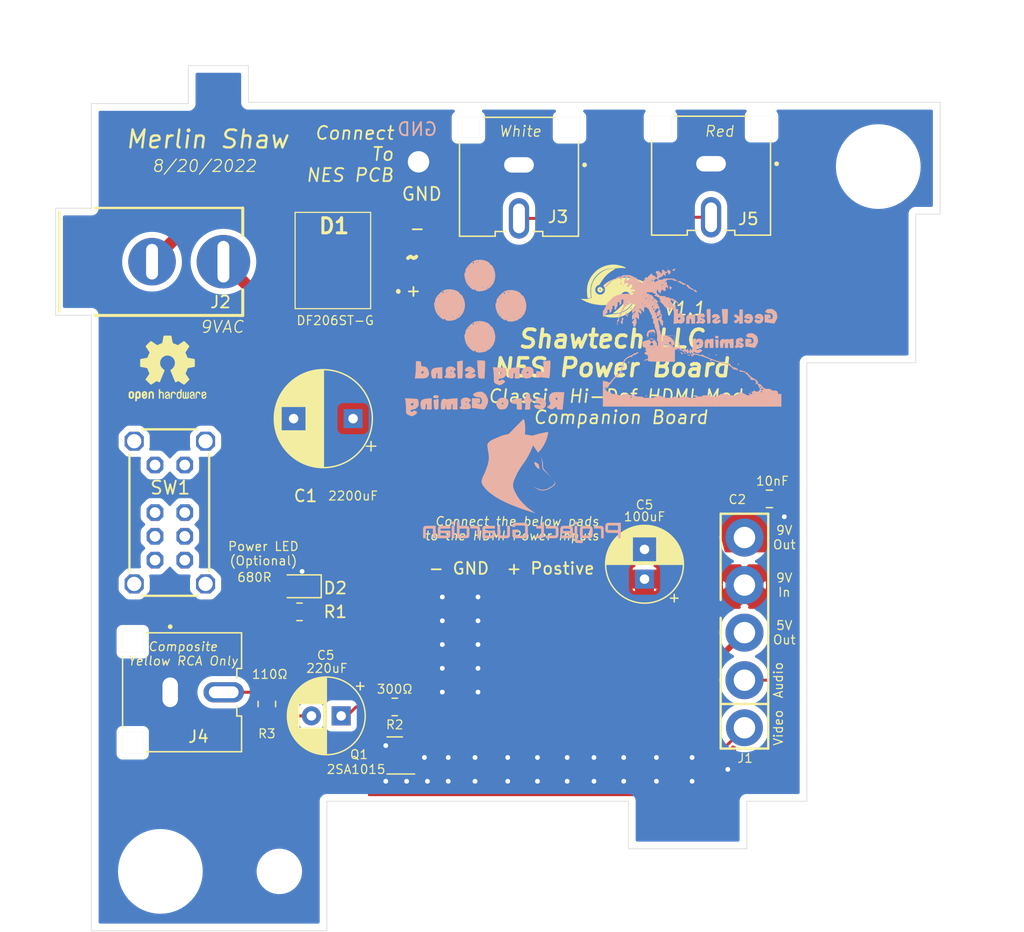
<source format=kicad_pcb>
(kicad_pcb (version 20211014) (generator pcbnew)
  (layers (0 "F.Cu" signal) (31 "B.Cu" signal) (34 "B.Paste" user) (35 "F.Paste" user) (36 "B.SilkS" user "B.Silkscreen") (37 "F.SilkS" user "F.Silkscreen") (38 "B.Mask" user) (39 "F.Mask" user) (44 "Edge.Cuts" user))
  (net 0 "")
  (net 1 "5V Out")
  (net 2 "Net-(C5-Pad1)")
  (net 3 "Net-(D2-Pad2)")
  (net 4 "Video Out")
  (net 5 "Net-(C5-Pad2)")
  (net 6 "GND")
  (net 7 "Video In")
  (net 8 "Audio In")
  (net 9 "9VIn")
  (net 10 "9VOut")
  (net 12 "Net-(D1-Pad4)")
  (net 13 "Net-(D1-Pad3)")
  (footprint "Resistor_SMD:R_0805_2012Metric_Pad1.20x1.40mm_HandSolder" (layer "F.Cu") (at 120.25 119 -90)
    (fp_text reference "R3" (at 2.5 0) (layer "F.SilkS") (effects (font (size 0.75 0.75) (thickness 0.1))))
    (fp_text value "110R")
    (pad "1" smd roundrect (at -1 0 270) (size 1.2 1.4) (layers "F.Cu" "F.Paste" "F.Mask") (roundrect_rratio 0.2083333333) (net 4 "Video Out"))
    (pad "2" smd roundrect (at 1 0 270) (size 1.2 1.4) (layers "F.Cu" "F.Paste" "F.Mask") (roundrect_rratio 0.2083333333) (net 5 "Net-(C5-Pad2)"))
  )
  (footprint "Merlin:OSHW-Logo2_7.3x6mm_SilkScreen" (layer "F.Cu") (at 111.9 90.78)
    (fp_text reference "REF**" hide)
    (fp_text value "OSHW-Logo2_7.3x6mm_SilkScreen" hide)
  )
  (footprint "Package_TO_SOT_SMD:SOT-23" (layer "F.Cu") (at 131 123.33 180)
    (fp_text reference "Q1" (at 3 0.08) (layer "F.SilkS") (effects (font (size 0.75 0.75) (thickness 0.1))))
    (fp_text value "2SA1015" (at 3.25 -1.17) (layer "F.SilkS") (effects (font (size 0.75 0.75) (thickness 0.1))))
    (pad "1" smd roundrect (at -0.9375 -0.95 180) (size 1.475 0.6) (layers "F.Cu" "F.Paste" "F.Mask") (net 7 "Video In"))
    (pad "2" smd roundrect (at -0.9375 0.95 180) (size 1.475 0.6) (layers "F.Cu" "F.Paste" "F.Mask") (net 2 "Net-(C5-Pad1)"))
    (pad "3" smd roundrect (at 0.9375 0 180) (size 1.475 0.6) (layers "F.Cu" "F.Paste" "F.Mask") (net 6 "GND"))
  )
  (footprint "Resistor_SMD:R_0805_2012Metric_Pad1.20x1.40mm_HandSolder" (layer "F.Cu") (at 123 111.25)
    (fp_text reference "R1" (at 3 0) (layer "F.SilkS"))
    (fp_text value "4.7K")
    (pad "1" smd roundrect (at -1 0) (size 1.2 1.4) (layers "F.Cu" "F.Paste" "F.Mask") (roundrect_rratio 0.2083333333) (net 3 "Net-(D2-Pad2)"))
    (pad "2" smd roundrect (at 1 0) (size 1.2 1.4) (layers "F.Cu" "F.Paste" "F.Mask") (roundrect_rratio 0.2083333333) (net 1 "5V Out"))
  )
  (footprint "" (layer "F.Cu") (at 111.3 133.08)
    (fp_text reference "" (at 0 0) (layer "F.SilkS") (effects (font (size 1.27 1.27))))
    (fp_text value "" (at 0 0) (layer "F.SilkS") (effects (font (size 1.27 1.27))))
    (pad "" np_thru_hole circle locked (at 0 0) (size 3.5 3.5) (drill 3.5) (layers F&B.Cu *.Mask))
  )
  (footprint "Merlin:Power-DF206STG" (layer "F.Cu") (at 125.8 81.7 90)
    (fp_text reference "D1" (at 2.9 0.1 180) (layer "F.SilkS") (effects (font (size 1.27 1.27) (thickness 0.254))))
    (fp_text value "${ALTIUM_VALUE}" hide)
    (fp_text user "+" (at -2.6 6.7 90) (layer "F.SilkS"))
    (fp_text user "-" (at 2.7 7.1 180) (layer "F.SilkS"))
    (pad "1" smd rect (at -2.605 4.36 90) (size 1.5 1.82) (layers "F.Cu" "F.Paste" "F.Mask") (net 10 "9VOut"))
    (pad "2" smd rect (at 2.605 4.36 90) (size 1.5 1.82) (layers "F.Cu" "F.Paste" "F.Mask") (net 6 "GND"))
    (pad "3" smd rect (at 2.605 -4.36 90) (size 1.5 1.82) (layers "F.Cu" "F.Paste" "F.Mask") (net 13 "Net-(D1-Pad3)"))
    (pad "4" smd rect (at -2.605 -4.36 90) (size 1.5 1.82) (layers "F.Cu" "F.Paste" "F.Mask") (net 12 "Net-(D1-Pad4)"))
  )
  (footprint "Merlin:ShawTech" (layer "F.Cu") (at 149.25 84.25)
    (fp_text reference "G***" hide)
    (fp_text value "LOGO" hide)
  )
  (footprint "Electromechanical.IntLib:SW-DP3T (EG2319)" (layer "F.Cu") (at 112.1 102.9 -90)
    (fp_text reference "SW1" (at -1.445 1.75 unlocked) (layer "F.SilkS") (effects (font (size 1.1 1.1)) (justify left bottom)))
    (fp_text value "DP3T" hide)
    (pad "" thru_hole roundrect locked (at -4 -1.25 270) (size 1.4 1.4) (drill 0.9) (layers *.Cu *.Mask) (chamfer_ratio 0.25) (chamfer top_left top_right bottom_left bottom_right))
    (pad "" thru_hole roundrect locked (at 0 1.25 270) (size 1.4 1.4) (drill 0.9) (layers *.Cu *.Mask) (chamfer_ratio 0.25) (chamfer top_left top_right bottom_left bottom_right))
    (pad "" thru_hole roundrect locked (at 2 1.25 270) (size 1.4 1.4) (drill 0.9) (layers *.Cu *.Mask) (chamfer_ratio 0.25) (chamfer top_left top_right bottom_left bottom_right))
    (pad "" thru_hole roundrect locked (at 4 1.25 270) (size 1.4 1.4) (drill 0.9) (layers *.Cu *.Mask) (chamfer_ratio 0.25) (chamfer top_left top_right bottom_left bottom_right))
    (pad "" thru_hole roundrect locked (at 0 -1.25 270) (size 1.4 1.4) (drill 0.9) (layers *.Cu *.Mask) (chamfer_ratio 0.25) (chamfer top_left top_right bottom_left bottom_right))
    (pad "" thru_hole roundrect locked (at 2 -1.25 270) (size 1.4 1.4) (drill 0.9) (layers *.Cu *.Mask) (chamfer_ratio 0.25) (chamfer top_left top_right bottom_left bottom_right))
    (pad "" thru_hole roundrect locked (at 4 -1.25 270) (size 1.4 1.4) (drill 0.9) (layers *.Cu *.Mask) (chamfer_ratio 0.25) (chamfer top_left top_right bottom_left bottom_right))
    (pad "1" thru_hole roundrect locked (at -4 1.25 270) (size 1.4 1.4) (drill 0.9) (layers *.Cu *.Mask) (chamfer_ratio 0.25) (chamfer top_left top_right bottom_left bottom_right))
    (pad "MH" thru_hole roundrect locked (at -6 3 270) (size 1.6 1.6) (drill 1.2) (layers *.Cu *.Mask) (chamfer_ratio 0.25) (chamfer top_left top_right bottom_left bottom_right))
    (pad "MH" thru_hole roundrect locked (at 6 3 90) (size 1.6 1.6) (drill 1.2) (layers *.Cu *.Mask) (chamfer_ratio 0.25) (chamfer top_left top_right bottom_left bottom_right))
    (pad "MH" thru_hole roundrect locked (at 6 -3 90) (size 1.6 1.6) (drill 1.2) (layers *.Cu *.Mask) (chamfer_ratio 0.25) (chamfer top_left top_right bottom_left bottom_right))
    (pad "MH" thru_hole roundrect locked (at -6 -3 270) (size 1.6 1.6) (drill 1.2) (layers *.Cu *.Mask) (chamfer_ratio 0.25) (chamfer top_left top_right bottom_left bottom_right))
  )
  (footprint "Capacitor_THT:CP_Radial_D6.3mm_P2.50mm" (layer "F.Cu") (at 152 108.5 90)
    (fp_text reference "C5" (at 6.25 0 180) (layer "F.SilkS") (effects (font (size 0.75 0.75) (thickness 0.1))))
    (fp_text value "220uF" hide)
    (pad "1" thru_hole rect (at 0 0 90) (size 1.6 1.6) (drill 0.8) (layers *.Cu *.Mask) (net 9 "9VIn"))
    (pad "2" thru_hole circle (at 2.5 0 90) (size 1.6 1.6) (drill 0.8) (layers *.Cu *.Mask) (net 6 "GND"))
  )
  (footprint "Merlin:CUI_RCJ-044" (layer "F.Cu") (at 141.446 73.658 90)
    (fp_text reference "J3" (at -4.372 3.279 180) (layer "F.SilkS"))
    (fp_text value "White RCJ-52" hide)
    (fp_line (start 2.3 5.15) (end 4 5.15) (layer "Edge.Cuts") (width 0.01))
    (fp_line (start 4 5.15) (end 4 3.35) (layer "Edge.Cuts") (width 0.01))
    (fp_line (start 2.3 -5.15) (end 2.3 -3.35) (layer "Edge.Cuts") (width 0.01))
    (fp_line (start 4 -5.15) (end 2.3 -5.15) (layer "Edge.Cuts") (width 0.01))
    (fp_line (start 2.3 3.35) (end 2.3 5.15) (layer "Edge.Cuts") (width 0.01))
    (fp_line (start 4 -3.35) (end 4 -5.15) (layer "Edge.Cuts") (width 0.01))
    (fp_line (start 4 3.35) (end 2.3 3.35) (layer "Edge.Cuts") (width 0.01))
    (fp_line (start 2.3 -3.35) (end 4 -3.35) (layer "Edge.Cuts") (width 0.01))
    (pad "1" thru_hole oval (at 0 0 90) (size 1.95 3.9) (drill oval 1.3 2.5) (layers *.Cu *.Mask) (net 6 "GND"))
    (pad "2" thru_hole oval (at -4.5 0 90) (size 3.4 1.7) (drill oval 2.5 1) (layers *.Cu *.Mask) (net 8 "Audio In"))
  )
  (footprint "Capacitor_THT:CP_Radial_D6.3mm_P2.50mm" (layer "F.Cu") (at 126.5 120 180)
    (fp_text reference "C5" (at 1.3 5.1 180) (layer "F.SilkS") (effects (font (size 0.75 0.75) (thickness 0.1))))
    (fp_text value "220uF" hide)
    (pad "1" thru_hole rect (at 0 0 180) (size 1.6 1.6) (drill 0.8) (layers *.Cu *.Mask) (net 2 "Net-(C5-Pad1)"))
    (pad "2" thru_hole circle (at 2.5 0 180) (size 1.6 1.6) (drill 0.8) (layers *.Cu *.Mask) (net 5 "Net-(C5-Pad2)"))
  )
  (footprint "Connectors.IntLib:PWR-JCK-ALT (PJ-037A{slash}B)" (layer "F.Cu") (at 110.6 81.799998)
    (fp_text reference "J2" (at 4.8 3.980002 unlocked) (layer "F.SilkS") (effects (justify left bottom)))
    (fp_text value "Barrel_Jack" hide)
    (pad "1" thru_hole circle locked (at 6.000002 0) (size 4.5 4.5) (drill oval 1 3.5) (layers *.Cu *.Mask) (net 12 "Net-(D1-Pad4)"))
    (pad "2" thru_hole circle locked (at 0 0) (size 4 4) (drill oval 1 3) (layers *.Cu *.Mask) (net 13 "Net-(D1-Pad3)"))
  )
  (footprint "" (layer "F.Cu") (at 121.3 133.08)
    (fp_text reference "" (at 0 0) (layer "F.SilkS") (effects (font (size 1.27 1.27))))
    (fp_text value "" (at 0 0) (layer "F.SilkS") (effects (font (size 1.27 1.27))))
    (pad "" np_thru_hole circle locked (at 0 0) (size 2.8 2.8) (drill 2.8) (layers F&B.Cu *.Mask))
  )
  (footprint "Connector_Wire:SolderWirePad_1x01_SMD_5x10mm" (layer "F.Cu") (at 144 113.8)
    (fp_text reference "REF**")
    (fp_text value "SolderWirePad_1x01_SMD_5x10mm" hide)
    (pad "1" smd rect (at 0 0) (size 5 10) (layers "F.Cu" "F.Paste" "F.Mask") (net 9 "9VIn"))
  )
  (footprint "Merlin:CUI_RCJ-044" (layer "F.Cu") (at 112.126 118.014 180)
    (fp_text reference "J4" (at -2.374 -3.736) (layer "F.SilkS"))
    (fp_text value "Yellow RCJ-44")
    (fp_line (start 2.3 -3.35) (end 4 -3.35) (layer "Edge.Cuts") (width 0.01))
    (fp_line (start 4 3.35) (end 2.3 3.35) (layer "Edge.Cuts") (width 0.01))
    (fp_line (start 2.3 -5.15) (end 2.3 -3.35) (layer "Edge.Cuts") (width 0.01))
    (fp_line (start 4 -5.15) (end 2.3 -5.15) (layer "Edge.Cuts") (width 0.01))
    (fp_line (start 4 5.15) (end 4 3.35) (layer "Edge.Cuts") (width 0.01))
    (fp_line (start 2.3 3.35) (end 2.3 5.15) (layer "Edge.Cuts") (width 0.01))
    (fp_line (start 4 -3.35) (end 4 -5.15) (layer "Edge.Cuts") (width 0.01))
    (fp_line (start 2.3 5.15) (end 4 5.15) (layer "Edge.Cuts") (width 0.01))
    (pad "1" thru_hole oval (at 0 0 180) (size 1.95 3.9) (drill oval 1.3 2.5) (layers *.Cu *.Mask) (net 6 "GND"))
    (pad "2" thru_hole oval (at -4.5 0 180) (size 3.4 1.7) (drill oval 2.5 1) (layers *.Cu *.Mask) (net 4 "Video Out"))
  )
  (footprint "Capacitor_SMD:C_0805_2012Metric_Pad1.18x1.45mm_HandSolder" (layer "F.Cu") (at 162.5 101.75)
    (fp_text reference "C2" (at -2.7 0.05) (layer "F.SilkS") (effects (font (size 0.75 0.75) (thickness 0.1))))
    (fp_text value "10nF")
    (pad "1" smd roundrect (at -1.0375 0) (size 1.175 1.45) (layers "F.Cu" "F.Paste" "F.Mask") (roundrect_rratio 0.2127659574) (net 10 "9VOut"))
    (pad "2" smd roundrect (at 1.0375 0) (size 1.175 1.45) (layers "F.Cu" "F.Paste" "F.Mask") (roundrect_rratio 0.2127659574) (net 6 "GND"))
  )
  (footprint "Merlin:CUI_RCJ-044" (layer "F.Cu") (at 157.592 73.564 90)
    (fp_text reference "J5" (at -4.641 3.133 180) (layer "F.SilkS"))
    (fp_text value "Red RCJ-042" hide)
    (fp_line (start 4 -3.35) (end 4 -5.15) (layer "Edge.Cuts") (width 0.01))
    (fp_line (start 2.3 5.15) (end 4 5.15) (layer "Edge.Cuts") (width 0.01))
    (fp_line (start 2.3 -3.35) (end 4 -3.35) (layer "Edge.Cuts") (width 0.01))
    (fp_line (start 2.3 3.35) (end 2.3 5.15) (layer "Edge.Cuts") (width 0.01))
    (fp_line (start 4 3.35) (end 2.3 3.35) (layer "Edge.Cuts") (width 0.01))
    (fp_line (start 4 5.15) (end 4 3.35) (layer "Edge.Cuts") (width 0.01))
    (fp_line (start 4 -5.15) (end 2.3 -5.15) (layer "Edge.Cuts") (width 0.01))
    (fp_line (start 2.3 -5.15) (end 2.3 -3.35) (layer "Edge.Cuts") (width 0.01))
    (pad "1" thru_hole oval (at 0 0 90) (size 1.95 3.9) (drill oval 1.3 2.5) (layers *.Cu *.Mask) (net 6 "GND"))
    (pad "2" thru_hole oval (at -4.5 0 90) (size 3.4 1.7) (drill oval 2.5 1) (layers *.Cu *.Mask) (net 8 "Audio In"))
  )
  (footprint "" (layer "F.Cu") (at 171.65 73.8)
    (fp_text reference "" (at 0 0) (layer "F.SilkS") (effects (font (size 1.27 1.27))))
    (fp_text value "" (at 0 0) (layer "F.SilkS") (effects (font (size 1.27 1.27))))
    (pad "" np_thru_hole circle locked (at 0 0) (size 3.5 3.5) (drill 3.5) (layers F&B.Cu *.Mask))
  )
  (footprint "Connectors.IntLib:WIREPAD-09-15" (layer "F.Cu") (at 133 73.4 90)
    (fp_text reference "GND" (at -3.35 -1.5 unlocked) (layer "F.SilkS") (effects (font (size 1.1 1.1)) (justify left bottom)))
    (fp_text value "Wire Pad" hide)
    (fp_text user "${REFERENCE}" (at 2.1 1.67 unlocked) (layer "B.SilkS") (effects (font (size 1.1 1.1)) (justify left bottom mirror)))
    (pad "1" thru_hole circle locked (at 0 0 90) (size 3.2 3.2) (drill 1.8) (layers *.Cu *.Mask) (net 6 "GND"))
  )
  (footprint "Specialty Components.IntLib:RF BOARD CONNECTOR" (layer "F.Cu") (at 160.4 121 90)
    (fp_text reference "J1" (at -3 -0.65 unlocked) (layer "F.SilkS") (effects (font (size 0.75 0.75) (thickness 0.1)) (justify left bottom)))
    (fp_text value "Board Connector" hide)
    (pad "1" thru_hole oval (at 0 0 90) (size 3.1 3.1) (drill 1.8) (layers *.Cu *.Mask) (net 7 "Video In"))
    (pad "2" thru_hole circle (at 4 0 90) (size 3.2 3.2) (drill 1.8) (layers *.Cu *.Mask) (net 8 "Audio In"))
    (pad "3" thru_hole circle (at 8 0 90) (size 3.2 3.2) (drill 1.8) (layers *.Cu *.Mask) (net 1 "5V Out"))
    (pad "4" thru_hole circle (at 12.000003 0 90) (size 3.2 3.2) (drill 1.8) (layers *.Cu *.Mask) (net 9 "9VIn"))
    (pad "5" thru_hole circle (at 16 0 90) (size 3.2 3.2) (drill 1.8) (layers *.Cu *.Mask) (net 10 "9VOut"))
  )
  (footprint "Resistor_SMD:R_0805_2012Metric_Pad1.20x1.40mm_HandSolder" (layer "F.Cu") (at 131 119.25 180)
    (fp_text reference "R2" (at 0 -1.5 180) (layer "F.SilkS") (effects (font (size 0.75 0.75) (thickness 0.1))))
    (fp_text value "300")
    (pad "1" smd roundrect (at -1 0 180) (size 1.2 1.4) (layers "F.Cu" "F.Paste" "F.Mask") (roundrect_rratio 0.2083333333) (net 1 "5V Out"))
    (pad "2" smd roundrect (at 1 0 180) (size 1.2 1.4) (layers "F.Cu" "F.Paste" "F.Mask") (roundrect_rratio 0.2083333333) (net 2 "Net-(C5-Pad1)"))
  )
  (footprint "Capacitor_THT:CP_Radial_D8.0mm_P5.00mm" (layer "F.Cu") (at 127.5 95 180)
    (fp_text reference "C1" (at 4 -6.5 180) (layer "F.SilkS"))
    (fp_text value "2200uF 25V")
    (pad "1" thru_hole rect (at 0 0 180) (size 1.6 1.6) (drill 0.8) (layers *.Cu *.Mask) (net 10 "9VOut"))
    (pad "2" thru_hole circle (at 5 0 180) (size 1.6 1.6) (drill 0.8) (layers *.Cu *.Mask) (net 6 "GND"))
  )
  (footprint "Connector_Wire:SolderWirePad_1x01_SMD_5x10mm" (layer "F.Cu") (at 136.5 113.8)
    (fp_text reference "REF**")
    (fp_text value "SolderWirePad_1x01_SMD_5x10mm" hide)
    (pad "1" smd rect (at 0 0) (size 5 10) (layers "F.Cu" "F.Paste" "F.Mask") (net 6 "GND"))
  )
  (footprint "LED_SMD:LED_0805_2012Metric_Pad1.15x1.40mm_HandSolder" (layer "F.Cu") (at 122.9625 109.1 180)
    (fp_text reference "D2" (at -3.0375 -0.15 180) (layer "F.SilkS"))
    (fp_text value "Power LED")
    (pad "1" smd roundrect (at -1.025 0 180) (size 1.15 1.4) (layers "F.Cu" "F.Paste" "F.Mask") (roundrect_rratio 0.2173913043) (net 6 "GND"))
    (pad "2" smd roundrect (at 1.025 0 180) (size 1.15 1.4) (layers "F.Cu" "F.Paste" "F.Mask") (roundrect_rratio 0.2173913043) (net 3 "Net-(D2-Pad2)"))
  )
  (footprint "Merlin:GeekIsland2" (layer "B.Cu") (at 156 88 180)
    (fp_text reference "G***" hide)
    (fp_text value "LOGO" hide)
  )
  (footprint "Merlin:LongIslandRetroGaming4" (layer "B.Cu") (at 138.25 88 180)
    (fp_text reference "G***")
    (fp_text value "LOGO" hide)
  )
  (footprint "Merlin:PG_20mmx13.1mm" (layer "B.Cu") (at 141.75 100 180)
    (fp_text reference "G***" hide)
    (fp_text value "LOGO" hide)
  )
  (gr_line (start 105.8 77.278798) (end 118.224002 77.278798) (layer "F.SilkS") (width 0.2))
  (gr_line (start 102.8 86) (end 102.8 77.6) (layer "F.SilkS") (width 0.2))
  (gr_line (start 118.224002 79.595) (end 118.224002 77.278798) (layer "F.SilkS") (width 0.254))
  (gr_line (start 118.224002 86.321198) (end 118.224002 84.167) (layer "F.SilkS") (width 0.254))
  (gr_line (start 105.8 86.321198) (end 118.224002 86.321198) (layer "F.SilkS") (width 0.254))
  (gr_line (start 150.65 131.18) (end 150.65 127.18) (layer "Edge.Cuts") (width 0.05))
  (gr_line (start 150.65 127.18) (end 125.3 127.18) (layer "Edge.Cuts") (width 0.05))
  (gr_line (start 125.3 127.18) (end 125.3 138.08) (layer "Edge.Cuts") (width 0.05))
  (gr_line (start 165.65 90.3) (end 165.65 127.18) (layer "Edge.Cuts") (width 0.05))
  (gr_line (start 113.65 65.3) (end 118.7 65.3) (layer "Edge.Cuts") (width 0.05))
  (gr_line (start 105.5 77.3) (end 105.5 68.5) (layer "Edge.Cuts") (width 0.05))
  (gr_line (start 165.65 127.18) (end 160.6 127.18) (layer "Edge.Cuts") (width 0.05))
  (gr_line (start 176.85 77.8) (end 174.8 77.8) (layer "Edge.Cuts") (width 0.05))
  (gr_line (start 105.5 68.5) (end 113.65 68.5) (layer "Edge.Cuts") (width 0.05))
  (gr_line (start 174.8 90.3) (end 165.65 90.3) (layer "Edge.Cuts") (width 0.05))
  (gr_line (start 125.3 138.08) (end 105.5 138.08) (layer "Edge.Cuts") (width 0.05))
  (gr_line (start 118.7 68.4) (end 176.85 68.4) (layer "Edge.Cuts") (width 0.05))
  (gr_line (start 105.5 138.08) (end 105.5 86.3) (layer "Edge.Cuts") (width 0.05))
  (gr_line (start 174.8 77.8) (end 174.8 90.3) (layer "Edge.Cuts") (width 0.05))
  (gr_line (start 176.85 68.4) (end 176.85 77.8) (layer "Edge.Cuts") (width 0.05))
  (gr_line (start 105.5 86.3) (end 102.5 86.3) (layer "Edge.Cuts") (width 0.05))
  (gr_line (start 102.5 77.3) (end 105.5 77.3) (layer "Edge.Cuts") (width 0.05))
  (gr_line (start 102.5 86.3) (end 102.5 77.3) (layer "Edge.Cuts") (width 0.05))
  (gr_line (start 160.6 127.18) (end 160.6 131.18) (layer "Edge.Cuts") (width 0.05))
  (gr_line (start 113.65 68.5) (end 113.65 65.3) (layer "Edge.Cuts") (width 0.05))
  (gr_line (start 118.7 65.3) (end 118.7 68.4) (layer "Edge.Cuts") (width 0.05))
  (gr_line (start 160.6 131.18) (end 150.65 131.18) (layer "Edge.Cuts") (width 0.05))
  (gr_text "9V\nOut" (at 163.75 105) (layer "F.SilkS") (effects (font (size 0.75 0.75) (thickness 0.1))))
  (gr_text "Video" (at 163.25 121 90) (layer "F.SilkS") (effects (font (size 0.75 0.75) (thickness 0.1))))
  (gr_text "10nF" (at 162.75 100.25) (layer "F.SilkS") (effects (font (size 0.75 0.75) (thickness 0.1))))
  (gr_text "V1.1" (at 153.5 85.75) (layer "F.SilkS") (effects (font (size 1.1 1.1) (thickness 0.15) bold italic) (justify left)))
  (gr_text "Merlin Shaw" (at 115.25 71.5) (layer "F.SilkS") (effects (font (size 1.5 1.5) (thickness 0.2) bold italic)))
  (gr_text "White\n" (at 141.55 70.83) (layer "F.SilkS") (effects (font (size 0.9 0.9) (thickness 0.1) bold italic)))
  (gr_text "+ Postive" (at 144.1 107.6) (layer "F.SilkS") (effects (font (size 1 1))))
  (gr_text "Power LED\n(Optional)" (at 119.9625 106.35) (layer "F.SilkS") (effects (font (size 0.75 0.75) (thickness 0.1))))
  (gr_text "- GND" (at 136.4 107.6) (layer "F.SilkS") (effects (font (size 1 1))))
  (gr_text "110Ω" (at 120.5 116.5) (layer "F.SilkS") (effects (font (size 0.75 0.75) (thickness 0.1))))
  (gr_text "Classic Hi-Def HDMI Mod \nCompanion Board" (at 150 94) (layer "F.SilkS") (effects (font (size 1.1 1.1) (thickness 0.15) bold italic)))
  (gr_text "9V\nIn" (at 163.75 109) (layer "F.SilkS") (effects (font (size 0.75 0.75) (thickness 0.1))))
  (gr_text "Red" (at 158.3 70.83) (layer "F.SilkS") (effects (font (size 0.9 0.9) (thickness 0.1) bold italic)))
  (gr_text "100uF" (at 152 103.25) (layer "F.SilkS") (effects (font (size 0.75 0.75) (thickness 0.1))))
  (gr_text "~" (at 132.5 81.4) (layer "F.SilkS") (effects (font (size 1.5 1.5) (thickness 0.3))))
  (gr_text "220uF" (at 125.3 116) (layer "F.SilkS") (effects (font (size 0.75 0.75) (thickness 0.1))))
  (gr_text "300Ω" (at 131 117.75) (layer "F.SilkS") (effects (font (size 0.75 0.75) (thickness 0.1))))
  (gr_text "2200uF" (at 127.5 101.5) (layer "F.SilkS") (effects (font (size 0.75 0.75) (thickness 0.1))))
  (gr_text "Shawtech LLC\nNES Power Board" (at 149.25 89.5) (layer "F.SilkS") (effects (font (size 1.5 1.5) (thickness 0.3) italic)))
  (gr_text "5V\nOut" (at 163.75 113) (layer "F.SilkS") (effects (font (size 0.75 0.75) (thickness 0.1))))
  (gr_text "9VAC" (at 116.5 87.28) (layer "F.SilkS") (effects (font (size 1 1) (thickness 0.1) bold italic)))
  (gr_text "680R" (at 119.2125 108.35) (layer "F.SilkS") (effects (font (size 0.75 0.75) (thickness 0.1))))
  (gr_text "DF206ST-G" (at 126 86.75) (layer "F.SilkS") (effects (font (size 0.75 0.75) (thickness 0.1))))
  (gr_text "Composite\nYellow RCA Only" (at 113.2 114.78) (layer "F.SilkS") (effects (font (size 0.75 0.75) (thickness 0.1) bold italic)))
  (gr_text "Connect\nTo\nNES PCB" (at 131 72.75) (layer "F.SilkS") (effects (font (size 1.1 1.1) (thickness 0.15) bold italic) (justify right)))
  (gr_text "Audio" (at 163.25 117 90) (layer "F.SilkS") (effects (font (size 0.75 0.75) (thickness 0.1))))
  (gr_text "8/20/2022" (at 115 73.75) (layer "F.SilkS") (effects (font (size 1 1) (thickness 0.1) bold italic)))
  (gr_text "Connect the below pads\nto the HDMI Power Inputs" (at 148.25 104.25) (layer "F.SilkS") (effects (font (size 0.75 0.75) (thickness 0.1) bold italic) (justify right)))
  (segment (start 160.4 113) (end 151.9 121.5) (width 0.5) (layer "F.Cu") (net 1))
  (segment (start 131.9125 119.1375) (end 123.875 111.1) (width 0.25) (layer "F.Cu") (net 1))
  (segment (start 151.9 121.5) (end 134.1625 121.5) (width 0.5) (layer "F.Cu") (net 1))
  (segment (start 131.9125 119.25) (end 131.9125 119.3125) (width 0.25) (layer "F.Cu") (net 1))
  (segment (start 134.1625 121.5) (end 131.9125 119.25) (width 0.5) (layer "F.Cu") (net 1))
  (segment (start 131.9125 119.25) (end 131.9125 119.1375) (width 0.25) (layer "F.Cu") (net 1))
  (segment (start 127.75 119.25) (end 127 120) (width 0.25) (layer "F.Cu") (net 2))
  (segment (start 129.9875 119.25) (end 127.75 119.25) (width 0.25) (layer "F.Cu") (net 2))
  (segment (start 129.9875 119.25) (end 129.9875 120.43) (width 0.25) (layer "F.Cu") (net 2))
  (segment (start 127 120) (end 126.5 120) (width 0.25) (layer "F.Cu") (net 2))
  (segment (start 129.9875 120.43) (end 131.9375 122.38) (width 0.25) (layer "F.Cu") (net 2))
  (segment (start 122.025 109.1) (end 122.025 111.075) (width 0.25) (layer "F.Cu") (net 3))
  (segment (start 122.025 111.075) (end 122.05 111.1) (width 0.25) (layer "F.Cu") (net 3))
  (segment (start 120.1765 118.014) (end 120.25 118.0875) (width 0.25) (layer "F.Cu") (net 4))
  (segment (start 116.626 118.014) (end 120.1765 118.014) (width 0.25) (layer "F.Cu") (net 4))
  (segment (start 120.25 119.9125) (end 120.3375 120) (width 0.25) (layer "F.Cu") (net 5))
  (segment (start 120.3375 120) (end 124 120) (width 0.25) (layer "F.Cu") (net 5))
  (segment (start 130.16 77.66) (end 130.16 76.24) (width 1) (layer "F.Cu") (net 6))
  (segment (start 163.75 103.25) (end 163.75 101.8) (width 0.75) (layer "F.Cu") (net 6))
  (segment (start 123.2125 107.85) (end 123.2125 108.4125) (width 0.25) (layer "F.Cu") (net 6))
  (segment (start 130.16 76.24) (end 133 73.4) (width 1) (layer "F.Cu") (net 6))
  (segment (start 130.16 79.095) (end 130.16 77.66) (width 1) (layer "F.Cu") (net 6))
  (segment (start 163.75 101.8) (end 163.7 101.75) (width 0.75) (layer "F.Cu") (net 6))
  (segment (start 123.2125 108.4125) (end 123.9 109.1) (width 0.25) (layer "F.Cu") (net 6))
  (via (at 147.75 123.5) (size 0.8) (drill 0.4) (layers "F.Cu" "B.Cu") (net 6))
  (via (at 145.5 123.5) (size 0.8) (drill 0.4) (layers "F.Cu" "B.Cu") (net 6))
  (via (at 150.25 123.5) (size 0.8) (drill 0.4) (layers "F.Cu" "B.Cu") (net 6))
  (via (at 138 110) (size 0.8) (drill 0.4) (layers "F.Cu" "B.Cu") (net 6))
  (via (at 135 116) (size 0.8) (drill 0.4) (layers "F.Cu" "B.Cu") (net 6))
  (via (at 138 114) (size 0.8) (drill 0.4) (layers "F.Cu" "B.Cu") (net 6))
  (via (at 159 124.5) (size 0.8) (drill 0.4) (layers "F.Cu" "B.Cu") (net 6))
  (via (at 135 118) (size 0.8) (drill 0.4) (layers "F.Cu" "B.Cu") (net 6))
  (via (at 137.75 125.5) (size 0.8) (drill 0.4) (layers "F.Cu" "B.Cu") (net 6))
  (via (at 135.5 123.5) (size 0.8) (drill 0.4) (layers "F.Cu" "B.Cu") (net 6))
  (via (at 135 114) (size 0.8) (drill 0.4) (layers "F.Cu" "B.Cu") (net 6))
  (via (at 135 110) (size 0.8) (drill 0.4) (layers "F.Cu" "B.Cu") (net 6))
  (via (at 135 112) (size 0.8) (drill 0.4) (layers "F.Cu" "B.Cu") (net 6))
  (via (at 135.5 125.5) (size 0.8) (drill 0.4) (layers "F.Cu" "B.Cu") (net 6))
  (via (at 132 125.5) (size 0.8) (drill 0.4) (layers "F.Cu" "B.Cu") (net 6))
  (via (at 123.2125 107.85) (size 0.8) (drill 0.4) (layers "F.Cu" "B.Cu") (net 6))
  (via (at 140.5 125.5) (size 0.8) (drill 0.4) (layers "F.Cu" "B.Cu") (net 6))
  (via (at 143 123.5) (size 0.8) (drill 0.4) (layers "F.Cu" "B.Cu") (net 6))
  (via (at 137.75 123.5) (size 0.8) (drill 0.4) (layers "F.Cu" "B.Cu") (net 6))
  (via (at 156 125.5) (size 0.8) (drill 0.4) (layers "F.Cu" "B.Cu") (net 6))
  (via (at 133.5 123.5) (size 0.8) (drill 0.4) (layers "F.Cu" "B.Cu") (net 6))
  (via (at 145.5 125.5) (size 0.8) (drill 0.4) (layers "F.Cu" "B.Cu") (net 6))
  (via (at 138 116) (size 0.8) (drill 0.4) (layers "F.Cu" "B.Cu") (net 6))
  (via (at 147.75 125.5) (size 0.8) (drill 0.4) (layers "F.Cu" "B.Cu") (net 6))
  (via (at 138 112) (size 0.8) (drill 0.4) (layers "F.Cu" "B.Cu") (net 6))
  (via (at 140.5 123.5) (size 0.8) (drill 0.4) (layers "F.Cu" "B.Cu") (net 6))
  (via (at 138 118) (size 0.8) (drill 0.4) (layers "F.Cu" "B.Cu") (net 6))
  (via (at 153 123.5) (size 0.8) (drill 0.4) (layers "F.Cu" "B.Cu") (net 6))
  (via (at 150.25 125.5) (size 0.8) (drill 0.4) (layers "F.Cu" "B.Cu") (net 6))
  (via (at 163.75 103.25) (size 0.8) (drill 0.4) (layers "F.Cu" "B.Cu") (net 6))
  (via (at 156 123.5) (size 0.8) (drill 0.4) (layers "F.Cu" "B.Cu") (net 6))
  (via (at 153 125.5) (size 0.8) (drill 0.4) (layers "F.Cu" "B.Cu") (net 6))
  (via (at 143 125.5) (size 0.8) (drill 0.4) (layers "F.Cu" "B.Cu") (net 6))
  (via (at 133.75 125.5) (size 0.8) (drill 0.4) (layers "F.Cu" "B.Cu") (net 6))
  (via (at 130.25 125.5) (size 0.8) (drill 0.4) (layers "F.Cu" "B.Cu") (net 6))
  (via (at 130.25 122.5) (size 0.8) (drill 0.4) (layers "F.Cu" "B.Cu") (net 6))
  (segment (start 156.9 124.5) (end 140.25 124.5) (width 0.25) (layer "F.Cu") (net 7))
  (segment (start 132.1575 124.5) (end 131.9375 124.28) (width 0.25) (layer "F.Cu") (net 7))
  (segment (start 160.4 121) (end 156.9 124.5) (width 0.25) (layer "F.Cu") (net 7))
  (segment (start 140.25 124.5) (end 132.1575 124.5) (width 0.25) (layer "F.Cu") (net 7))
  (segment (start 163.5 117) (end 164.52452 115.97548) (width 0.25) (layer "F.Cu") (net 8))
  (segment (start 164.52452 115.97548) (end 164.52452 98.52452) (width 0.25) (layer "F.Cu") (net 8))
  (segment (start 141.446 78.158) (end 146.97562 78.158) (width 0.25) (layer "F.Cu") (net 8))
  (segment (start 149.6 83.6) (end 149.6 80.78238) (width 0.25) (layer "F.Cu") (net 8))
  (segment (start 146.97562 78.158) (end 149.6 80.78238) (width 0.25) (layer "F.Cu") (net 8))
  (segment (start 157.592 78.064) (end 152.31838 78.064) (width 0.25) (layer "F.Cu") (net 8))
  (segment (start 164.52452 98.52452) (end 149.6 83.6) (width 0.25) (layer "F.Cu") (net 8))
  (segment (start 160.4 117) (end 163.5 117) (width 0.25) (layer "F.Cu") (net 8))
  (segment (start 152.31838 78.064) (end 149.6 80.78238) (width 0.25) (layer "F.Cu") (net 8))
  (segment (start 160.399997 109) (end 160.4 108.999997) (width 0.75) (layer "F.Cu") (net 9))
  (segment (start 159.999997 108.999997) (end 160.4 108.999997) (width 1) (layer "F.Cu") (net 9))
  (segment (start 119.105004 84.305) (end 121.44 84.305) (width 1) (layer "F.Cu") (net 12))
  (segment (start 116.600002 81.799998) (end 119.105004 84.305) (width 1) (layer "F.Cu") (net 12))
  (segment (start 121.675 79.15) (end 120.675 78.15) (width 1) (layer "F.Cu") (net 13))
  (segment (start 120.675 78.15) (end 114.249998 78.15) (width 1) (layer "F.Cu") (net 13))
  (segment (start 114.249998 78.15) (end 110.6 81.799998) (width 1) (layer "F.Cu") (net 13))
  (zone (net 10) (net_name "9VOut") (layer "F.Cu") (connect_pads yes (clearance 0.508)) (min_thickness 0.254) (fill yes (thermal_gap 0.254) (thermal_bridge_width 0.381))
    (polygon (pts (xy 131.8 86.4) (xy 131.75 91.75) (xy 134.75 95.5) (xy 144.203308 95.509366) (xy 158 95.5) (xy 162.5 100.5) (xy 162.5 100.75) (xy 162.5 102) (xy 162.5 106.25) (xy 158.75 106.25) (xy 158.25 104.25) (xy 158.25 102.25) (xy 155.75 99.5) (xy 129.25 99.5) (xy 124.986813 95.000099) (xy 125.1 85.4) (xy 127.3 83) (xy 131.9 83)))
  )
  (zone (net 9) (net_name "9VIn") (layer "F.Cu") (connect_pads (clearance 0.208)) (min_thickness 0.254) (fill yes (thermal_gap 0.208) (thermal_bridge_width 2))
    (polygon (pts (xy 163 111) (xy 153 111) (xy 149 120) (xy 140 120) (xy 140 107.25) (xy 163 107.25)))
  )
  (zone (net 6) (net_name "GND") (layer "F.Cu") (connect_pads yes (clearance 0.208)) (min_thickness 0.154) (fill yes (thermal_gap 0.508) (thermal_bridge_width 0.508))
    (polygon (pts (xy 159.5 125.25) (xy 157.5 126.75) (xy 128.75 126.75) (xy 128.75 122.25) (xy 159.75 122.25)))
  )
  (zone (net 6) (net_name "GND") (layer "B.Cu") (connect_pads yes (clearance 0.508)) (min_thickness 0.254) (fill yes (thermal_gap 0.254) (thermal_bridge_width 0.381))
    (polygon (pts (xy 105.5 138.08) (xy 125.3 138.08) (xy 125.3 127.18) (xy 150.65 127.18) (xy 150.65 131.18) (xy 160.6 131.18) (xy 160.6 127.18) (xy 165.65 127.18) (xy 165.65 90.3) (xy 174.8 90.3) (xy 174.8 77.8) (xy 176.85 77.8) (xy 176.85 68.4) (xy 118.7 68.4) (xy 118.7 65.3) (xy 113.65 65.3) (xy 113.649997 68.500002) (xy 105.500004 68.5) (xy 105.500004 77.3) (xy 102.5 77.3) (xy 102.5 86.3) (xy 105.5 86.3)))
  )
)
</source>
